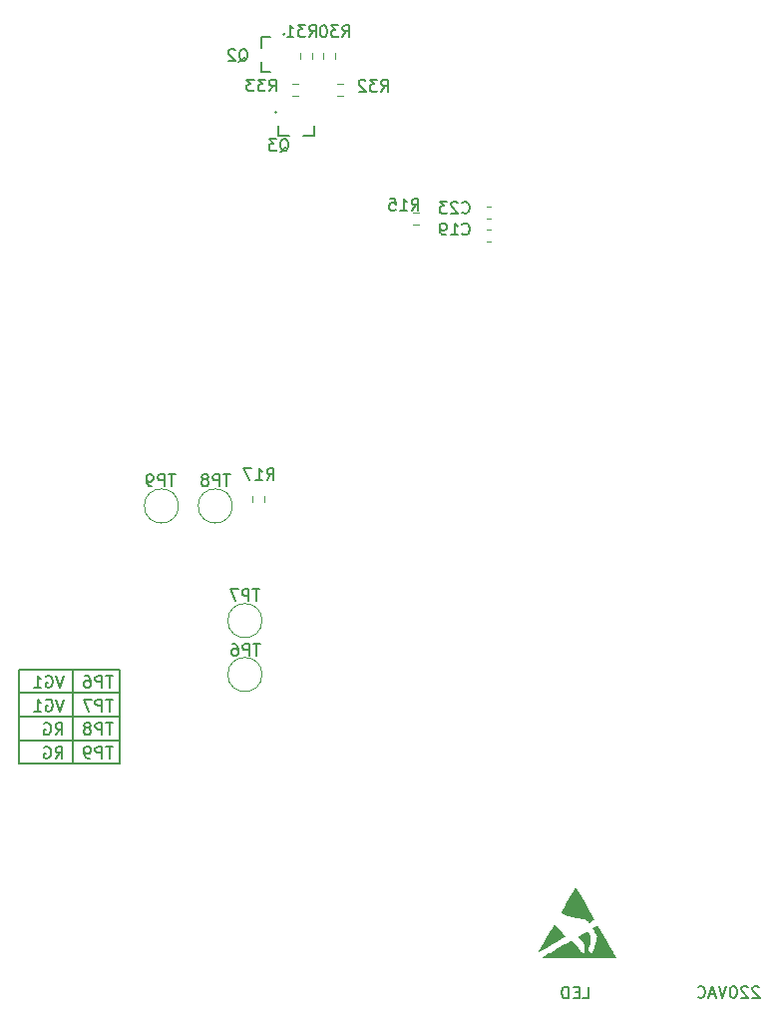
<source format=gbr>
%TF.GenerationSoftware,KiCad,Pcbnew,7.0.10*%
%TF.CreationDate,2024-03-23T12:12:33+07:00*%
%TF.ProjectId,BTL_ESD,42544c5f-4553-4442-9e6b-696361645f70,rev?*%
%TF.SameCoordinates,Original*%
%TF.FileFunction,Legend,Bot*%
%TF.FilePolarity,Positive*%
%FSLAX46Y46*%
G04 Gerber Fmt 4.6, Leading zero omitted, Abs format (unit mm)*
G04 Created by KiCad (PCBNEW 7.0.10) date 2024-03-23 12:12:33*
%MOMM*%
%LPD*%
G01*
G04 APERTURE LIST*
%ADD10C,0.200000*%
%ADD11C,0.150000*%
%ADD12C,0.152400*%
%ADD13C,0.120000*%
%ADD14C,0.010000*%
G04 APERTURE END LIST*
D10*
X113409083Y-110531219D02*
X112837655Y-110531219D01*
X113123369Y-111531219D02*
X113123369Y-110531219D01*
X112504321Y-111531219D02*
X112504321Y-110531219D01*
X112504321Y-110531219D02*
X112123369Y-110531219D01*
X112123369Y-110531219D02*
X112028131Y-110578838D01*
X112028131Y-110578838D02*
X111980512Y-110626457D01*
X111980512Y-110626457D02*
X111932893Y-110721695D01*
X111932893Y-110721695D02*
X111932893Y-110864552D01*
X111932893Y-110864552D02*
X111980512Y-110959790D01*
X111980512Y-110959790D02*
X112028131Y-111007409D01*
X112028131Y-111007409D02*
X112123369Y-111055028D01*
X112123369Y-111055028D02*
X112504321Y-111055028D01*
X111361464Y-110959790D02*
X111456702Y-110912171D01*
X111456702Y-110912171D02*
X111504321Y-110864552D01*
X111504321Y-110864552D02*
X111551940Y-110769314D01*
X111551940Y-110769314D02*
X111551940Y-110721695D01*
X111551940Y-110721695D02*
X111504321Y-110626457D01*
X111504321Y-110626457D02*
X111456702Y-110578838D01*
X111456702Y-110578838D02*
X111361464Y-110531219D01*
X111361464Y-110531219D02*
X111170988Y-110531219D01*
X111170988Y-110531219D02*
X111075750Y-110578838D01*
X111075750Y-110578838D02*
X111028131Y-110626457D01*
X111028131Y-110626457D02*
X110980512Y-110721695D01*
X110980512Y-110721695D02*
X110980512Y-110769314D01*
X110980512Y-110769314D02*
X111028131Y-110864552D01*
X111028131Y-110864552D02*
X111075750Y-110912171D01*
X111075750Y-110912171D02*
X111170988Y-110959790D01*
X111170988Y-110959790D02*
X111361464Y-110959790D01*
X111361464Y-110959790D02*
X111456702Y-111007409D01*
X111456702Y-111007409D02*
X111504321Y-111055028D01*
X111504321Y-111055028D02*
X111551940Y-111150266D01*
X111551940Y-111150266D02*
X111551940Y-111340742D01*
X111551940Y-111340742D02*
X111504321Y-111435980D01*
X111504321Y-111435980D02*
X111456702Y-111483600D01*
X111456702Y-111483600D02*
X111361464Y-111531219D01*
X111361464Y-111531219D02*
X111170988Y-111531219D01*
X111170988Y-111531219D02*
X111075750Y-111483600D01*
X111075750Y-111483600D02*
X111028131Y-111435980D01*
X111028131Y-111435980D02*
X110980512Y-111340742D01*
X110980512Y-111340742D02*
X110980512Y-111150266D01*
X110980512Y-111150266D02*
X111028131Y-111055028D01*
X111028131Y-111055028D02*
X111075750Y-111007409D01*
X111075750Y-111007409D02*
X111170988Y-110959790D01*
X109273183Y-108531219D02*
X108939850Y-109531219D01*
X108939850Y-109531219D02*
X108606517Y-108531219D01*
X107749374Y-108578838D02*
X107844612Y-108531219D01*
X107844612Y-108531219D02*
X107987469Y-108531219D01*
X107987469Y-108531219D02*
X108130326Y-108578838D01*
X108130326Y-108578838D02*
X108225564Y-108674076D01*
X108225564Y-108674076D02*
X108273183Y-108769314D01*
X108273183Y-108769314D02*
X108320802Y-108959790D01*
X108320802Y-108959790D02*
X108320802Y-109102647D01*
X108320802Y-109102647D02*
X108273183Y-109293123D01*
X108273183Y-109293123D02*
X108225564Y-109388361D01*
X108225564Y-109388361D02*
X108130326Y-109483600D01*
X108130326Y-109483600D02*
X107987469Y-109531219D01*
X107987469Y-109531219D02*
X107892231Y-109531219D01*
X107892231Y-109531219D02*
X107749374Y-109483600D01*
X107749374Y-109483600D02*
X107701755Y-109435980D01*
X107701755Y-109435980D02*
X107701755Y-109102647D01*
X107701755Y-109102647D02*
X107892231Y-109102647D01*
X106749374Y-109531219D02*
X107320802Y-109531219D01*
X107035088Y-109531219D02*
X107035088Y-108531219D01*
X107035088Y-108531219D02*
X107130326Y-108674076D01*
X107130326Y-108674076D02*
X107225564Y-108769314D01*
X107225564Y-108769314D02*
X107320802Y-108816933D01*
X113409083Y-112531219D02*
X112837655Y-112531219D01*
X113123369Y-113531219D02*
X113123369Y-112531219D01*
X112504321Y-113531219D02*
X112504321Y-112531219D01*
X112504321Y-112531219D02*
X112123369Y-112531219D01*
X112123369Y-112531219D02*
X112028131Y-112578838D01*
X112028131Y-112578838D02*
X111980512Y-112626457D01*
X111980512Y-112626457D02*
X111932893Y-112721695D01*
X111932893Y-112721695D02*
X111932893Y-112864552D01*
X111932893Y-112864552D02*
X111980512Y-112959790D01*
X111980512Y-112959790D02*
X112028131Y-113007409D01*
X112028131Y-113007409D02*
X112123369Y-113055028D01*
X112123369Y-113055028D02*
X112504321Y-113055028D01*
X111456702Y-113531219D02*
X111266226Y-113531219D01*
X111266226Y-113531219D02*
X111170988Y-113483600D01*
X111170988Y-113483600D02*
X111123369Y-113435980D01*
X111123369Y-113435980D02*
X111028131Y-113293123D01*
X111028131Y-113293123D02*
X110980512Y-113102647D01*
X110980512Y-113102647D02*
X110980512Y-112721695D01*
X110980512Y-112721695D02*
X111028131Y-112626457D01*
X111028131Y-112626457D02*
X111075750Y-112578838D01*
X111075750Y-112578838D02*
X111170988Y-112531219D01*
X111170988Y-112531219D02*
X111361464Y-112531219D01*
X111361464Y-112531219D02*
X111456702Y-112578838D01*
X111456702Y-112578838D02*
X111504321Y-112626457D01*
X111504321Y-112626457D02*
X111551940Y-112721695D01*
X111551940Y-112721695D02*
X111551940Y-112959790D01*
X111551940Y-112959790D02*
X111504321Y-113055028D01*
X111504321Y-113055028D02*
X111456702Y-113102647D01*
X111456702Y-113102647D02*
X111361464Y-113150266D01*
X111361464Y-113150266D02*
X111170988Y-113150266D01*
X111170988Y-113150266D02*
X111075750Y-113102647D01*
X111075750Y-113102647D02*
X111028131Y-113055028D01*
X111028131Y-113055028D02*
X110980512Y-112959790D01*
X108558898Y-111531219D02*
X108892231Y-111055028D01*
X109130326Y-111531219D02*
X109130326Y-110531219D01*
X109130326Y-110531219D02*
X108749374Y-110531219D01*
X108749374Y-110531219D02*
X108654136Y-110578838D01*
X108654136Y-110578838D02*
X108606517Y-110626457D01*
X108606517Y-110626457D02*
X108558898Y-110721695D01*
X108558898Y-110721695D02*
X108558898Y-110864552D01*
X108558898Y-110864552D02*
X108606517Y-110959790D01*
X108606517Y-110959790D02*
X108654136Y-111007409D01*
X108654136Y-111007409D02*
X108749374Y-111055028D01*
X108749374Y-111055028D02*
X109130326Y-111055028D01*
X107606517Y-110578838D02*
X107701755Y-110531219D01*
X107701755Y-110531219D02*
X107844612Y-110531219D01*
X107844612Y-110531219D02*
X107987469Y-110578838D01*
X107987469Y-110578838D02*
X108082707Y-110674076D01*
X108082707Y-110674076D02*
X108130326Y-110769314D01*
X108130326Y-110769314D02*
X108177945Y-110959790D01*
X108177945Y-110959790D02*
X108177945Y-111102647D01*
X108177945Y-111102647D02*
X108130326Y-111293123D01*
X108130326Y-111293123D02*
X108082707Y-111388361D01*
X108082707Y-111388361D02*
X107987469Y-111483600D01*
X107987469Y-111483600D02*
X107844612Y-111531219D01*
X107844612Y-111531219D02*
X107749374Y-111531219D01*
X107749374Y-111531219D02*
X107606517Y-111483600D01*
X107606517Y-111483600D02*
X107558898Y-111435980D01*
X107558898Y-111435980D02*
X107558898Y-111102647D01*
X107558898Y-111102647D02*
X107749374Y-111102647D01*
X113409083Y-108531219D02*
X112837655Y-108531219D01*
X113123369Y-109531219D02*
X113123369Y-108531219D01*
X112504321Y-109531219D02*
X112504321Y-108531219D01*
X112504321Y-108531219D02*
X112123369Y-108531219D01*
X112123369Y-108531219D02*
X112028131Y-108578838D01*
X112028131Y-108578838D02*
X111980512Y-108626457D01*
X111980512Y-108626457D02*
X111932893Y-108721695D01*
X111932893Y-108721695D02*
X111932893Y-108864552D01*
X111932893Y-108864552D02*
X111980512Y-108959790D01*
X111980512Y-108959790D02*
X112028131Y-109007409D01*
X112028131Y-109007409D02*
X112123369Y-109055028D01*
X112123369Y-109055028D02*
X112504321Y-109055028D01*
X111599559Y-108531219D02*
X110932893Y-108531219D01*
X110932893Y-108531219D02*
X111361464Y-109531219D01*
X109273183Y-106531219D02*
X108939850Y-107531219D01*
X108939850Y-107531219D02*
X108606517Y-106531219D01*
X107749374Y-106578838D02*
X107844612Y-106531219D01*
X107844612Y-106531219D02*
X107987469Y-106531219D01*
X107987469Y-106531219D02*
X108130326Y-106578838D01*
X108130326Y-106578838D02*
X108225564Y-106674076D01*
X108225564Y-106674076D02*
X108273183Y-106769314D01*
X108273183Y-106769314D02*
X108320802Y-106959790D01*
X108320802Y-106959790D02*
X108320802Y-107102647D01*
X108320802Y-107102647D02*
X108273183Y-107293123D01*
X108273183Y-107293123D02*
X108225564Y-107388361D01*
X108225564Y-107388361D02*
X108130326Y-107483600D01*
X108130326Y-107483600D02*
X107987469Y-107531219D01*
X107987469Y-107531219D02*
X107892231Y-107531219D01*
X107892231Y-107531219D02*
X107749374Y-107483600D01*
X107749374Y-107483600D02*
X107701755Y-107435980D01*
X107701755Y-107435980D02*
X107701755Y-107102647D01*
X107701755Y-107102647D02*
X107892231Y-107102647D01*
X106749374Y-107531219D02*
X107320802Y-107531219D01*
X107035088Y-107531219D02*
X107035088Y-106531219D01*
X107035088Y-106531219D02*
X107130326Y-106674076D01*
X107130326Y-106674076D02*
X107225564Y-106769314D01*
X107225564Y-106769314D02*
X107320802Y-106816933D01*
X113409083Y-106531219D02*
X112837655Y-106531219D01*
X113123369Y-107531219D02*
X113123369Y-106531219D01*
X112504321Y-107531219D02*
X112504321Y-106531219D01*
X112504321Y-106531219D02*
X112123369Y-106531219D01*
X112123369Y-106531219D02*
X112028131Y-106578838D01*
X112028131Y-106578838D02*
X111980512Y-106626457D01*
X111980512Y-106626457D02*
X111932893Y-106721695D01*
X111932893Y-106721695D02*
X111932893Y-106864552D01*
X111932893Y-106864552D02*
X111980512Y-106959790D01*
X111980512Y-106959790D02*
X112028131Y-107007409D01*
X112028131Y-107007409D02*
X112123369Y-107055028D01*
X112123369Y-107055028D02*
X112504321Y-107055028D01*
X111075750Y-106531219D02*
X111266226Y-106531219D01*
X111266226Y-106531219D02*
X111361464Y-106578838D01*
X111361464Y-106578838D02*
X111409083Y-106626457D01*
X111409083Y-106626457D02*
X111504321Y-106769314D01*
X111504321Y-106769314D02*
X111551940Y-106959790D01*
X111551940Y-106959790D02*
X111551940Y-107340742D01*
X111551940Y-107340742D02*
X111504321Y-107435980D01*
X111504321Y-107435980D02*
X111456702Y-107483600D01*
X111456702Y-107483600D02*
X111361464Y-107531219D01*
X111361464Y-107531219D02*
X111170988Y-107531219D01*
X111170988Y-107531219D02*
X111075750Y-107483600D01*
X111075750Y-107483600D02*
X111028131Y-107435980D01*
X111028131Y-107435980D02*
X110980512Y-107340742D01*
X110980512Y-107340742D02*
X110980512Y-107102647D01*
X110980512Y-107102647D02*
X111028131Y-107007409D01*
X111028131Y-107007409D02*
X111075750Y-106959790D01*
X111075750Y-106959790D02*
X111170988Y-106912171D01*
X111170988Y-106912171D02*
X111361464Y-106912171D01*
X111361464Y-106912171D02*
X111456702Y-106959790D01*
X111456702Y-106959790D02*
X111504321Y-107007409D01*
X111504321Y-107007409D02*
X111551940Y-107102647D01*
X108558898Y-113531219D02*
X108892231Y-113055028D01*
X109130326Y-113531219D02*
X109130326Y-112531219D01*
X109130326Y-112531219D02*
X108749374Y-112531219D01*
X108749374Y-112531219D02*
X108654136Y-112578838D01*
X108654136Y-112578838D02*
X108606517Y-112626457D01*
X108606517Y-112626457D02*
X108558898Y-112721695D01*
X108558898Y-112721695D02*
X108558898Y-112864552D01*
X108558898Y-112864552D02*
X108606517Y-112959790D01*
X108606517Y-112959790D02*
X108654136Y-113007409D01*
X108654136Y-113007409D02*
X108749374Y-113055028D01*
X108749374Y-113055028D02*
X109130326Y-113055028D01*
X107606517Y-112578838D02*
X107701755Y-112531219D01*
X107701755Y-112531219D02*
X107844612Y-112531219D01*
X107844612Y-112531219D02*
X107987469Y-112578838D01*
X107987469Y-112578838D02*
X108082707Y-112674076D01*
X108082707Y-112674076D02*
X108130326Y-112769314D01*
X108130326Y-112769314D02*
X108177945Y-112959790D01*
X108177945Y-112959790D02*
X108177945Y-113102647D01*
X108177945Y-113102647D02*
X108130326Y-113293123D01*
X108130326Y-113293123D02*
X108082707Y-113388361D01*
X108082707Y-113388361D02*
X107987469Y-113483600D01*
X107987469Y-113483600D02*
X107844612Y-113531219D01*
X107844612Y-113531219D02*
X107749374Y-113531219D01*
X107749374Y-113531219D02*
X107606517Y-113483600D01*
X107606517Y-113483600D02*
X107558898Y-113435980D01*
X107558898Y-113435980D02*
X107558898Y-113102647D01*
X107558898Y-113102647D02*
X107749374Y-113102647D01*
D11*
X105500000Y-110000000D02*
X110000000Y-110000000D01*
X110000000Y-108000000D01*
X105500000Y-108000000D01*
X105500000Y-110000000D01*
X110000000Y-110000000D02*
X114000000Y-110000000D01*
X114000000Y-108000000D01*
X110000000Y-108000000D01*
X110000000Y-110000000D01*
X105500000Y-108000000D02*
X110000000Y-108000000D01*
X110000000Y-106000000D01*
X105500000Y-106000000D01*
X105500000Y-108000000D01*
X105500000Y-112000000D02*
X110000000Y-112000000D01*
X110000000Y-110000000D01*
X105500000Y-110000000D01*
X105500000Y-112000000D01*
X110000000Y-108000000D02*
X114000000Y-108000000D01*
X114000000Y-106000000D01*
X110000000Y-106000000D01*
X110000000Y-108000000D01*
X110000000Y-114000000D02*
X114000000Y-114000000D01*
X114000000Y-112000000D01*
X110000000Y-112000000D01*
X110000000Y-114000000D01*
X110000000Y-112000000D02*
X114000000Y-112000000D01*
X114000000Y-110000000D01*
X110000000Y-110000000D01*
X110000000Y-112000000D01*
X105500000Y-114000000D02*
X110000000Y-114000000D01*
X110000000Y-112000000D01*
X105500000Y-112000000D01*
X105500000Y-114000000D01*
D10*
X168283145Y-132947457D02*
X168235526Y-132899838D01*
X168235526Y-132899838D02*
X168140288Y-132852219D01*
X168140288Y-132852219D02*
X167902193Y-132852219D01*
X167902193Y-132852219D02*
X167806955Y-132899838D01*
X167806955Y-132899838D02*
X167759336Y-132947457D01*
X167759336Y-132947457D02*
X167711717Y-133042695D01*
X167711717Y-133042695D02*
X167711717Y-133137933D01*
X167711717Y-133137933D02*
X167759336Y-133280790D01*
X167759336Y-133280790D02*
X168330764Y-133852219D01*
X168330764Y-133852219D02*
X167711717Y-133852219D01*
X167330764Y-132947457D02*
X167283145Y-132899838D01*
X167283145Y-132899838D02*
X167187907Y-132852219D01*
X167187907Y-132852219D02*
X166949812Y-132852219D01*
X166949812Y-132852219D02*
X166854574Y-132899838D01*
X166854574Y-132899838D02*
X166806955Y-132947457D01*
X166806955Y-132947457D02*
X166759336Y-133042695D01*
X166759336Y-133042695D02*
X166759336Y-133137933D01*
X166759336Y-133137933D02*
X166806955Y-133280790D01*
X166806955Y-133280790D02*
X167378383Y-133852219D01*
X167378383Y-133852219D02*
X166759336Y-133852219D01*
X166140288Y-132852219D02*
X166045050Y-132852219D01*
X166045050Y-132852219D02*
X165949812Y-132899838D01*
X165949812Y-132899838D02*
X165902193Y-132947457D01*
X165902193Y-132947457D02*
X165854574Y-133042695D01*
X165854574Y-133042695D02*
X165806955Y-133233171D01*
X165806955Y-133233171D02*
X165806955Y-133471266D01*
X165806955Y-133471266D02*
X165854574Y-133661742D01*
X165854574Y-133661742D02*
X165902193Y-133756980D01*
X165902193Y-133756980D02*
X165949812Y-133804600D01*
X165949812Y-133804600D02*
X166045050Y-133852219D01*
X166045050Y-133852219D02*
X166140288Y-133852219D01*
X166140288Y-133852219D02*
X166235526Y-133804600D01*
X166235526Y-133804600D02*
X166283145Y-133756980D01*
X166283145Y-133756980D02*
X166330764Y-133661742D01*
X166330764Y-133661742D02*
X166378383Y-133471266D01*
X166378383Y-133471266D02*
X166378383Y-133233171D01*
X166378383Y-133233171D02*
X166330764Y-133042695D01*
X166330764Y-133042695D02*
X166283145Y-132947457D01*
X166283145Y-132947457D02*
X166235526Y-132899838D01*
X166235526Y-132899838D02*
X166140288Y-132852219D01*
X165521240Y-132852219D02*
X165187907Y-133852219D01*
X165187907Y-133852219D02*
X164854574Y-132852219D01*
X164568859Y-133566504D02*
X164092669Y-133566504D01*
X164664097Y-133852219D02*
X164330764Y-132852219D01*
X164330764Y-132852219D02*
X163997431Y-133852219D01*
X163092669Y-133756980D02*
X163140288Y-133804600D01*
X163140288Y-133804600D02*
X163283145Y-133852219D01*
X163283145Y-133852219D02*
X163378383Y-133852219D01*
X163378383Y-133852219D02*
X163521240Y-133804600D01*
X163521240Y-133804600D02*
X163616478Y-133709361D01*
X163616478Y-133709361D02*
X163664097Y-133614123D01*
X163664097Y-133614123D02*
X163711716Y-133423647D01*
X163711716Y-133423647D02*
X163711716Y-133280790D01*
X163711716Y-133280790D02*
X163664097Y-133090314D01*
X163664097Y-133090314D02*
X163616478Y-132995076D01*
X163616478Y-132995076D02*
X163521240Y-132899838D01*
X163521240Y-132899838D02*
X163378383Y-132852219D01*
X163378383Y-132852219D02*
X163283145Y-132852219D01*
X163283145Y-132852219D02*
X163140288Y-132899838D01*
X163140288Y-132899838D02*
X163092669Y-132947457D01*
X153332136Y-133903019D02*
X153808326Y-133903019D01*
X153808326Y-133903019D02*
X153808326Y-132903019D01*
X152998802Y-133379209D02*
X152665469Y-133379209D01*
X152522612Y-133903019D02*
X152998802Y-133903019D01*
X152998802Y-133903019D02*
X152998802Y-132903019D01*
X152998802Y-132903019D02*
X152522612Y-132903019D01*
X152094040Y-133903019D02*
X152094040Y-132903019D01*
X152094040Y-132903019D02*
X151855945Y-132903019D01*
X151855945Y-132903019D02*
X151713088Y-132950638D01*
X151713088Y-132950638D02*
X151617850Y-133045876D01*
X151617850Y-133045876D02*
X151570231Y-133141114D01*
X151570231Y-133141114D02*
X151522612Y-133331590D01*
X151522612Y-133331590D02*
X151522612Y-133474447D01*
X151522612Y-133474447D02*
X151570231Y-133664923D01*
X151570231Y-133664923D02*
X151617850Y-133760161D01*
X151617850Y-133760161D02*
X151713088Y-133855400D01*
X151713088Y-133855400D02*
X151855945Y-133903019D01*
X151855945Y-133903019D02*
X152094040Y-133903019D01*
X124123438Y-54446257D02*
X124218676Y-54398638D01*
X124218676Y-54398638D02*
X124313914Y-54303400D01*
X124313914Y-54303400D02*
X124456771Y-54160542D01*
X124456771Y-54160542D02*
X124552009Y-54112923D01*
X124552009Y-54112923D02*
X124647247Y-54112923D01*
X124599628Y-54351019D02*
X124694866Y-54303400D01*
X124694866Y-54303400D02*
X124790104Y-54208161D01*
X124790104Y-54208161D02*
X124837723Y-54017685D01*
X124837723Y-54017685D02*
X124837723Y-53684352D01*
X124837723Y-53684352D02*
X124790104Y-53493876D01*
X124790104Y-53493876D02*
X124694866Y-53398638D01*
X124694866Y-53398638D02*
X124599628Y-53351019D01*
X124599628Y-53351019D02*
X124409152Y-53351019D01*
X124409152Y-53351019D02*
X124313914Y-53398638D01*
X124313914Y-53398638D02*
X124218676Y-53493876D01*
X124218676Y-53493876D02*
X124171057Y-53684352D01*
X124171057Y-53684352D02*
X124171057Y-54017685D01*
X124171057Y-54017685D02*
X124218676Y-54208161D01*
X124218676Y-54208161D02*
X124313914Y-54303400D01*
X124313914Y-54303400D02*
X124409152Y-54351019D01*
X124409152Y-54351019D02*
X124599628Y-54351019D01*
X123790104Y-53446257D02*
X123742485Y-53398638D01*
X123742485Y-53398638D02*
X123647247Y-53351019D01*
X123647247Y-53351019D02*
X123409152Y-53351019D01*
X123409152Y-53351019D02*
X123313914Y-53398638D01*
X123313914Y-53398638D02*
X123266295Y-53446257D01*
X123266295Y-53446257D02*
X123218676Y-53541495D01*
X123218676Y-53541495D02*
X123218676Y-53636733D01*
X123218676Y-53636733D02*
X123266295Y-53779590D01*
X123266295Y-53779590D02*
X123837723Y-54351019D01*
X123837723Y-54351019D02*
X123218676Y-54351019D01*
X123385104Y-89444419D02*
X122813676Y-89444419D01*
X123099390Y-90444419D02*
X123099390Y-89444419D01*
X122480342Y-90444419D02*
X122480342Y-89444419D01*
X122480342Y-89444419D02*
X122099390Y-89444419D01*
X122099390Y-89444419D02*
X122004152Y-89492038D01*
X122004152Y-89492038D02*
X121956533Y-89539657D01*
X121956533Y-89539657D02*
X121908914Y-89634895D01*
X121908914Y-89634895D02*
X121908914Y-89777752D01*
X121908914Y-89777752D02*
X121956533Y-89872990D01*
X121956533Y-89872990D02*
X122004152Y-89920609D01*
X122004152Y-89920609D02*
X122099390Y-89968228D01*
X122099390Y-89968228D02*
X122480342Y-89968228D01*
X121337485Y-89872990D02*
X121432723Y-89825371D01*
X121432723Y-89825371D02*
X121480342Y-89777752D01*
X121480342Y-89777752D02*
X121527961Y-89682514D01*
X121527961Y-89682514D02*
X121527961Y-89634895D01*
X121527961Y-89634895D02*
X121480342Y-89539657D01*
X121480342Y-89539657D02*
X121432723Y-89492038D01*
X121432723Y-89492038D02*
X121337485Y-89444419D01*
X121337485Y-89444419D02*
X121147009Y-89444419D01*
X121147009Y-89444419D02*
X121051771Y-89492038D01*
X121051771Y-89492038D02*
X121004152Y-89539657D01*
X121004152Y-89539657D02*
X120956533Y-89634895D01*
X120956533Y-89634895D02*
X120956533Y-89682514D01*
X120956533Y-89682514D02*
X121004152Y-89777752D01*
X121004152Y-89777752D02*
X121051771Y-89825371D01*
X121051771Y-89825371D02*
X121147009Y-89872990D01*
X121147009Y-89872990D02*
X121337485Y-89872990D01*
X121337485Y-89872990D02*
X121432723Y-89920609D01*
X121432723Y-89920609D02*
X121480342Y-89968228D01*
X121480342Y-89968228D02*
X121527961Y-90063466D01*
X121527961Y-90063466D02*
X121527961Y-90253942D01*
X121527961Y-90253942D02*
X121480342Y-90349180D01*
X121480342Y-90349180D02*
X121432723Y-90396800D01*
X121432723Y-90396800D02*
X121337485Y-90444419D01*
X121337485Y-90444419D02*
X121147009Y-90444419D01*
X121147009Y-90444419D02*
X121051771Y-90396800D01*
X121051771Y-90396800D02*
X121004152Y-90349180D01*
X121004152Y-90349180D02*
X120956533Y-90253942D01*
X120956533Y-90253942D02*
X120956533Y-90063466D01*
X120956533Y-90063466D02*
X121004152Y-89968228D01*
X121004152Y-89968228D02*
X121051771Y-89920609D01*
X121051771Y-89920609D02*
X121147009Y-89872990D01*
X143086057Y-69038580D02*
X143133676Y-69086200D01*
X143133676Y-69086200D02*
X143276533Y-69133819D01*
X143276533Y-69133819D02*
X143371771Y-69133819D01*
X143371771Y-69133819D02*
X143514628Y-69086200D01*
X143514628Y-69086200D02*
X143609866Y-68990961D01*
X143609866Y-68990961D02*
X143657485Y-68895723D01*
X143657485Y-68895723D02*
X143705104Y-68705247D01*
X143705104Y-68705247D02*
X143705104Y-68562390D01*
X143705104Y-68562390D02*
X143657485Y-68371914D01*
X143657485Y-68371914D02*
X143609866Y-68276676D01*
X143609866Y-68276676D02*
X143514628Y-68181438D01*
X143514628Y-68181438D02*
X143371771Y-68133819D01*
X143371771Y-68133819D02*
X143276533Y-68133819D01*
X143276533Y-68133819D02*
X143133676Y-68181438D01*
X143133676Y-68181438D02*
X143086057Y-68229057D01*
X142133676Y-69133819D02*
X142705104Y-69133819D01*
X142419390Y-69133819D02*
X142419390Y-68133819D01*
X142419390Y-68133819D02*
X142514628Y-68276676D01*
X142514628Y-68276676D02*
X142609866Y-68371914D01*
X142609866Y-68371914D02*
X142705104Y-68419533D01*
X141657485Y-69133819D02*
X141467009Y-69133819D01*
X141467009Y-69133819D02*
X141371771Y-69086200D01*
X141371771Y-69086200D02*
X141324152Y-69038580D01*
X141324152Y-69038580D02*
X141228914Y-68895723D01*
X141228914Y-68895723D02*
X141181295Y-68705247D01*
X141181295Y-68705247D02*
X141181295Y-68324295D01*
X141181295Y-68324295D02*
X141228914Y-68229057D01*
X141228914Y-68229057D02*
X141276533Y-68181438D01*
X141276533Y-68181438D02*
X141371771Y-68133819D01*
X141371771Y-68133819D02*
X141562247Y-68133819D01*
X141562247Y-68133819D02*
X141657485Y-68181438D01*
X141657485Y-68181438D02*
X141705104Y-68229057D01*
X141705104Y-68229057D02*
X141752723Y-68324295D01*
X141752723Y-68324295D02*
X141752723Y-68562390D01*
X141752723Y-68562390D02*
X141705104Y-68657628D01*
X141705104Y-68657628D02*
X141657485Y-68705247D01*
X141657485Y-68705247D02*
X141562247Y-68752866D01*
X141562247Y-68752866D02*
X141371771Y-68752866D01*
X141371771Y-68752866D02*
X141276533Y-68705247D01*
X141276533Y-68705247D02*
X141228914Y-68657628D01*
X141228914Y-68657628D02*
X141181295Y-68562390D01*
X126499857Y-89936419D02*
X126833190Y-89460228D01*
X127071285Y-89936419D02*
X127071285Y-88936419D01*
X127071285Y-88936419D02*
X126690333Y-88936419D01*
X126690333Y-88936419D02*
X126595095Y-88984038D01*
X126595095Y-88984038D02*
X126547476Y-89031657D01*
X126547476Y-89031657D02*
X126499857Y-89126895D01*
X126499857Y-89126895D02*
X126499857Y-89269752D01*
X126499857Y-89269752D02*
X126547476Y-89364990D01*
X126547476Y-89364990D02*
X126595095Y-89412609D01*
X126595095Y-89412609D02*
X126690333Y-89460228D01*
X126690333Y-89460228D02*
X127071285Y-89460228D01*
X125547476Y-89936419D02*
X126118904Y-89936419D01*
X125833190Y-89936419D02*
X125833190Y-88936419D01*
X125833190Y-88936419D02*
X125928428Y-89079276D01*
X125928428Y-89079276D02*
X126023666Y-89174514D01*
X126023666Y-89174514D02*
X126118904Y-89222133D01*
X125214142Y-88936419D02*
X124547476Y-88936419D01*
X124547476Y-88936419D02*
X124976047Y-89936419D01*
X132926057Y-52344419D02*
X133259390Y-51868228D01*
X133497485Y-52344419D02*
X133497485Y-51344419D01*
X133497485Y-51344419D02*
X133116533Y-51344419D01*
X133116533Y-51344419D02*
X133021295Y-51392038D01*
X133021295Y-51392038D02*
X132973676Y-51439657D01*
X132973676Y-51439657D02*
X132926057Y-51534895D01*
X132926057Y-51534895D02*
X132926057Y-51677752D01*
X132926057Y-51677752D02*
X132973676Y-51772990D01*
X132973676Y-51772990D02*
X133021295Y-51820609D01*
X133021295Y-51820609D02*
X133116533Y-51868228D01*
X133116533Y-51868228D02*
X133497485Y-51868228D01*
X132592723Y-51344419D02*
X131973676Y-51344419D01*
X131973676Y-51344419D02*
X132307009Y-51725371D01*
X132307009Y-51725371D02*
X132164152Y-51725371D01*
X132164152Y-51725371D02*
X132068914Y-51772990D01*
X132068914Y-51772990D02*
X132021295Y-51820609D01*
X132021295Y-51820609D02*
X131973676Y-51915847D01*
X131973676Y-51915847D02*
X131973676Y-52153942D01*
X131973676Y-52153942D02*
X132021295Y-52249180D01*
X132021295Y-52249180D02*
X132068914Y-52296800D01*
X132068914Y-52296800D02*
X132164152Y-52344419D01*
X132164152Y-52344419D02*
X132449866Y-52344419D01*
X132449866Y-52344419D02*
X132545104Y-52296800D01*
X132545104Y-52296800D02*
X132592723Y-52249180D01*
X131354628Y-51344419D02*
X131259390Y-51344419D01*
X131259390Y-51344419D02*
X131164152Y-51392038D01*
X131164152Y-51392038D02*
X131116533Y-51439657D01*
X131116533Y-51439657D02*
X131068914Y-51534895D01*
X131068914Y-51534895D02*
X131021295Y-51725371D01*
X131021295Y-51725371D02*
X131021295Y-51963466D01*
X131021295Y-51963466D02*
X131068914Y-52153942D01*
X131068914Y-52153942D02*
X131116533Y-52249180D01*
X131116533Y-52249180D02*
X131164152Y-52296800D01*
X131164152Y-52296800D02*
X131259390Y-52344419D01*
X131259390Y-52344419D02*
X131354628Y-52344419D01*
X131354628Y-52344419D02*
X131449866Y-52296800D01*
X131449866Y-52296800D02*
X131497485Y-52249180D01*
X131497485Y-52249180D02*
X131545104Y-52153942D01*
X131545104Y-52153942D02*
X131592723Y-51963466D01*
X131592723Y-51963466D02*
X131592723Y-51725371D01*
X131592723Y-51725371D02*
X131545104Y-51534895D01*
X131545104Y-51534895D02*
X131497485Y-51439657D01*
X131497485Y-51439657D02*
X131449866Y-51392038D01*
X131449866Y-51392038D02*
X131354628Y-51344419D01*
X130106657Y-52319019D02*
X130439990Y-51842828D01*
X130678085Y-52319019D02*
X130678085Y-51319019D01*
X130678085Y-51319019D02*
X130297133Y-51319019D01*
X130297133Y-51319019D02*
X130201895Y-51366638D01*
X130201895Y-51366638D02*
X130154276Y-51414257D01*
X130154276Y-51414257D02*
X130106657Y-51509495D01*
X130106657Y-51509495D02*
X130106657Y-51652352D01*
X130106657Y-51652352D02*
X130154276Y-51747590D01*
X130154276Y-51747590D02*
X130201895Y-51795209D01*
X130201895Y-51795209D02*
X130297133Y-51842828D01*
X130297133Y-51842828D02*
X130678085Y-51842828D01*
X129773323Y-51319019D02*
X129154276Y-51319019D01*
X129154276Y-51319019D02*
X129487609Y-51699971D01*
X129487609Y-51699971D02*
X129344752Y-51699971D01*
X129344752Y-51699971D02*
X129249514Y-51747590D01*
X129249514Y-51747590D02*
X129201895Y-51795209D01*
X129201895Y-51795209D02*
X129154276Y-51890447D01*
X129154276Y-51890447D02*
X129154276Y-52128542D01*
X129154276Y-52128542D02*
X129201895Y-52223780D01*
X129201895Y-52223780D02*
X129249514Y-52271400D01*
X129249514Y-52271400D02*
X129344752Y-52319019D01*
X129344752Y-52319019D02*
X129630466Y-52319019D01*
X129630466Y-52319019D02*
X129725704Y-52271400D01*
X129725704Y-52271400D02*
X129773323Y-52223780D01*
X128201895Y-52319019D02*
X128773323Y-52319019D01*
X128487609Y-52319019D02*
X128487609Y-51319019D01*
X128487609Y-51319019D02*
X128582847Y-51461876D01*
X128582847Y-51461876D02*
X128678085Y-51557114D01*
X128678085Y-51557114D02*
X128773323Y-51604733D01*
X125925104Y-103820819D02*
X125353676Y-103820819D01*
X125639390Y-104820819D02*
X125639390Y-103820819D01*
X125020342Y-104820819D02*
X125020342Y-103820819D01*
X125020342Y-103820819D02*
X124639390Y-103820819D01*
X124639390Y-103820819D02*
X124544152Y-103868438D01*
X124544152Y-103868438D02*
X124496533Y-103916057D01*
X124496533Y-103916057D02*
X124448914Y-104011295D01*
X124448914Y-104011295D02*
X124448914Y-104154152D01*
X124448914Y-104154152D02*
X124496533Y-104249390D01*
X124496533Y-104249390D02*
X124544152Y-104297009D01*
X124544152Y-104297009D02*
X124639390Y-104344628D01*
X124639390Y-104344628D02*
X125020342Y-104344628D01*
X123591771Y-103820819D02*
X123782247Y-103820819D01*
X123782247Y-103820819D02*
X123877485Y-103868438D01*
X123877485Y-103868438D02*
X123925104Y-103916057D01*
X123925104Y-103916057D02*
X124020342Y-104058914D01*
X124020342Y-104058914D02*
X124067961Y-104249390D01*
X124067961Y-104249390D02*
X124067961Y-104630342D01*
X124067961Y-104630342D02*
X124020342Y-104725580D01*
X124020342Y-104725580D02*
X123972723Y-104773200D01*
X123972723Y-104773200D02*
X123877485Y-104820819D01*
X123877485Y-104820819D02*
X123687009Y-104820819D01*
X123687009Y-104820819D02*
X123591771Y-104773200D01*
X123591771Y-104773200D02*
X123544152Y-104725580D01*
X123544152Y-104725580D02*
X123496533Y-104630342D01*
X123496533Y-104630342D02*
X123496533Y-104392247D01*
X123496533Y-104392247D02*
X123544152Y-104297009D01*
X123544152Y-104297009D02*
X123591771Y-104249390D01*
X123591771Y-104249390D02*
X123687009Y-104201771D01*
X123687009Y-104201771D02*
X123877485Y-104201771D01*
X123877485Y-104201771D02*
X123972723Y-104249390D01*
X123972723Y-104249390D02*
X124020342Y-104297009D01*
X124020342Y-104297009D02*
X124067961Y-104392247D01*
X127603238Y-62091657D02*
X127698476Y-62044038D01*
X127698476Y-62044038D02*
X127793714Y-61948800D01*
X127793714Y-61948800D02*
X127936571Y-61805942D01*
X127936571Y-61805942D02*
X128031809Y-61758323D01*
X128031809Y-61758323D02*
X128127047Y-61758323D01*
X128079428Y-61996419D02*
X128174666Y-61948800D01*
X128174666Y-61948800D02*
X128269904Y-61853561D01*
X128269904Y-61853561D02*
X128317523Y-61663085D01*
X128317523Y-61663085D02*
X128317523Y-61329752D01*
X128317523Y-61329752D02*
X128269904Y-61139276D01*
X128269904Y-61139276D02*
X128174666Y-61044038D01*
X128174666Y-61044038D02*
X128079428Y-60996419D01*
X128079428Y-60996419D02*
X127888952Y-60996419D01*
X127888952Y-60996419D02*
X127793714Y-61044038D01*
X127793714Y-61044038D02*
X127698476Y-61139276D01*
X127698476Y-61139276D02*
X127650857Y-61329752D01*
X127650857Y-61329752D02*
X127650857Y-61663085D01*
X127650857Y-61663085D02*
X127698476Y-61853561D01*
X127698476Y-61853561D02*
X127793714Y-61948800D01*
X127793714Y-61948800D02*
X127888952Y-61996419D01*
X127888952Y-61996419D02*
X128079428Y-61996419D01*
X127317523Y-60996419D02*
X126698476Y-60996419D01*
X126698476Y-60996419D02*
X127031809Y-61377371D01*
X127031809Y-61377371D02*
X126888952Y-61377371D01*
X126888952Y-61377371D02*
X126793714Y-61424990D01*
X126793714Y-61424990D02*
X126746095Y-61472609D01*
X126746095Y-61472609D02*
X126698476Y-61567847D01*
X126698476Y-61567847D02*
X126698476Y-61805942D01*
X126698476Y-61805942D02*
X126746095Y-61901180D01*
X126746095Y-61901180D02*
X126793714Y-61948800D01*
X126793714Y-61948800D02*
X126888952Y-61996419D01*
X126888952Y-61996419D02*
X127174666Y-61996419D01*
X127174666Y-61996419D02*
X127269904Y-61948800D01*
X127269904Y-61948800D02*
X127317523Y-61901180D01*
X118711504Y-89444419D02*
X118140076Y-89444419D01*
X118425790Y-90444419D02*
X118425790Y-89444419D01*
X117806742Y-90444419D02*
X117806742Y-89444419D01*
X117806742Y-89444419D02*
X117425790Y-89444419D01*
X117425790Y-89444419D02*
X117330552Y-89492038D01*
X117330552Y-89492038D02*
X117282933Y-89539657D01*
X117282933Y-89539657D02*
X117235314Y-89634895D01*
X117235314Y-89634895D02*
X117235314Y-89777752D01*
X117235314Y-89777752D02*
X117282933Y-89872990D01*
X117282933Y-89872990D02*
X117330552Y-89920609D01*
X117330552Y-89920609D02*
X117425790Y-89968228D01*
X117425790Y-89968228D02*
X117806742Y-89968228D01*
X116759123Y-90444419D02*
X116568647Y-90444419D01*
X116568647Y-90444419D02*
X116473409Y-90396800D01*
X116473409Y-90396800D02*
X116425790Y-90349180D01*
X116425790Y-90349180D02*
X116330552Y-90206323D01*
X116330552Y-90206323D02*
X116282933Y-90015847D01*
X116282933Y-90015847D02*
X116282933Y-89634895D01*
X116282933Y-89634895D02*
X116330552Y-89539657D01*
X116330552Y-89539657D02*
X116378171Y-89492038D01*
X116378171Y-89492038D02*
X116473409Y-89444419D01*
X116473409Y-89444419D02*
X116663885Y-89444419D01*
X116663885Y-89444419D02*
X116759123Y-89492038D01*
X116759123Y-89492038D02*
X116806742Y-89539657D01*
X116806742Y-89539657D02*
X116854361Y-89634895D01*
X116854361Y-89634895D02*
X116854361Y-89872990D01*
X116854361Y-89872990D02*
X116806742Y-89968228D01*
X116806742Y-89968228D02*
X116759123Y-90015847D01*
X116759123Y-90015847D02*
X116663885Y-90063466D01*
X116663885Y-90063466D02*
X116473409Y-90063466D01*
X116473409Y-90063466D02*
X116378171Y-90015847D01*
X116378171Y-90015847D02*
X116330552Y-89968228D01*
X116330552Y-89968228D02*
X116282933Y-89872990D01*
X126703057Y-56941819D02*
X127036390Y-56465628D01*
X127274485Y-56941819D02*
X127274485Y-55941819D01*
X127274485Y-55941819D02*
X126893533Y-55941819D01*
X126893533Y-55941819D02*
X126798295Y-55989438D01*
X126798295Y-55989438D02*
X126750676Y-56037057D01*
X126750676Y-56037057D02*
X126703057Y-56132295D01*
X126703057Y-56132295D02*
X126703057Y-56275152D01*
X126703057Y-56275152D02*
X126750676Y-56370390D01*
X126750676Y-56370390D02*
X126798295Y-56418009D01*
X126798295Y-56418009D02*
X126893533Y-56465628D01*
X126893533Y-56465628D02*
X127274485Y-56465628D01*
X126369723Y-55941819D02*
X125750676Y-55941819D01*
X125750676Y-55941819D02*
X126084009Y-56322771D01*
X126084009Y-56322771D02*
X125941152Y-56322771D01*
X125941152Y-56322771D02*
X125845914Y-56370390D01*
X125845914Y-56370390D02*
X125798295Y-56418009D01*
X125798295Y-56418009D02*
X125750676Y-56513247D01*
X125750676Y-56513247D02*
X125750676Y-56751342D01*
X125750676Y-56751342D02*
X125798295Y-56846580D01*
X125798295Y-56846580D02*
X125845914Y-56894200D01*
X125845914Y-56894200D02*
X125941152Y-56941819D01*
X125941152Y-56941819D02*
X126226866Y-56941819D01*
X126226866Y-56941819D02*
X126322104Y-56894200D01*
X126322104Y-56894200D02*
X126369723Y-56846580D01*
X125417342Y-55941819D02*
X124798295Y-55941819D01*
X124798295Y-55941819D02*
X125131628Y-56322771D01*
X125131628Y-56322771D02*
X124988771Y-56322771D01*
X124988771Y-56322771D02*
X124893533Y-56370390D01*
X124893533Y-56370390D02*
X124845914Y-56418009D01*
X124845914Y-56418009D02*
X124798295Y-56513247D01*
X124798295Y-56513247D02*
X124798295Y-56751342D01*
X124798295Y-56751342D02*
X124845914Y-56846580D01*
X124845914Y-56846580D02*
X124893533Y-56894200D01*
X124893533Y-56894200D02*
X124988771Y-56941819D01*
X124988771Y-56941819D02*
X125274485Y-56941819D01*
X125274485Y-56941819D02*
X125369723Y-56894200D01*
X125369723Y-56894200D02*
X125417342Y-56846580D01*
X125874304Y-99198019D02*
X125302876Y-99198019D01*
X125588590Y-100198019D02*
X125588590Y-99198019D01*
X124969542Y-100198019D02*
X124969542Y-99198019D01*
X124969542Y-99198019D02*
X124588590Y-99198019D01*
X124588590Y-99198019D02*
X124493352Y-99245638D01*
X124493352Y-99245638D02*
X124445733Y-99293257D01*
X124445733Y-99293257D02*
X124398114Y-99388495D01*
X124398114Y-99388495D02*
X124398114Y-99531352D01*
X124398114Y-99531352D02*
X124445733Y-99626590D01*
X124445733Y-99626590D02*
X124493352Y-99674209D01*
X124493352Y-99674209D02*
X124588590Y-99721828D01*
X124588590Y-99721828D02*
X124969542Y-99721828D01*
X124064780Y-99198019D02*
X123398114Y-99198019D01*
X123398114Y-99198019D02*
X123826685Y-100198019D01*
X143086057Y-67209780D02*
X143133676Y-67257400D01*
X143133676Y-67257400D02*
X143276533Y-67305019D01*
X143276533Y-67305019D02*
X143371771Y-67305019D01*
X143371771Y-67305019D02*
X143514628Y-67257400D01*
X143514628Y-67257400D02*
X143609866Y-67162161D01*
X143609866Y-67162161D02*
X143657485Y-67066923D01*
X143657485Y-67066923D02*
X143705104Y-66876447D01*
X143705104Y-66876447D02*
X143705104Y-66733590D01*
X143705104Y-66733590D02*
X143657485Y-66543114D01*
X143657485Y-66543114D02*
X143609866Y-66447876D01*
X143609866Y-66447876D02*
X143514628Y-66352638D01*
X143514628Y-66352638D02*
X143371771Y-66305019D01*
X143371771Y-66305019D02*
X143276533Y-66305019D01*
X143276533Y-66305019D02*
X143133676Y-66352638D01*
X143133676Y-66352638D02*
X143086057Y-66400257D01*
X142705104Y-66400257D02*
X142657485Y-66352638D01*
X142657485Y-66352638D02*
X142562247Y-66305019D01*
X142562247Y-66305019D02*
X142324152Y-66305019D01*
X142324152Y-66305019D02*
X142228914Y-66352638D01*
X142228914Y-66352638D02*
X142181295Y-66400257D01*
X142181295Y-66400257D02*
X142133676Y-66495495D01*
X142133676Y-66495495D02*
X142133676Y-66590733D01*
X142133676Y-66590733D02*
X142181295Y-66733590D01*
X142181295Y-66733590D02*
X142752723Y-67305019D01*
X142752723Y-67305019D02*
X142133676Y-67305019D01*
X141800342Y-66305019D02*
X141181295Y-66305019D01*
X141181295Y-66305019D02*
X141514628Y-66685971D01*
X141514628Y-66685971D02*
X141371771Y-66685971D01*
X141371771Y-66685971D02*
X141276533Y-66733590D01*
X141276533Y-66733590D02*
X141228914Y-66781209D01*
X141228914Y-66781209D02*
X141181295Y-66876447D01*
X141181295Y-66876447D02*
X141181295Y-67114542D01*
X141181295Y-67114542D02*
X141228914Y-67209780D01*
X141228914Y-67209780D02*
X141276533Y-67257400D01*
X141276533Y-67257400D02*
X141371771Y-67305019D01*
X141371771Y-67305019D02*
X141657485Y-67305019D01*
X141657485Y-67305019D02*
X141752723Y-67257400D01*
X141752723Y-67257400D02*
X141800342Y-67209780D01*
X136202657Y-56967219D02*
X136535990Y-56491028D01*
X136774085Y-56967219D02*
X136774085Y-55967219D01*
X136774085Y-55967219D02*
X136393133Y-55967219D01*
X136393133Y-55967219D02*
X136297895Y-56014838D01*
X136297895Y-56014838D02*
X136250276Y-56062457D01*
X136250276Y-56062457D02*
X136202657Y-56157695D01*
X136202657Y-56157695D02*
X136202657Y-56300552D01*
X136202657Y-56300552D02*
X136250276Y-56395790D01*
X136250276Y-56395790D02*
X136297895Y-56443409D01*
X136297895Y-56443409D02*
X136393133Y-56491028D01*
X136393133Y-56491028D02*
X136774085Y-56491028D01*
X135869323Y-55967219D02*
X135250276Y-55967219D01*
X135250276Y-55967219D02*
X135583609Y-56348171D01*
X135583609Y-56348171D02*
X135440752Y-56348171D01*
X135440752Y-56348171D02*
X135345514Y-56395790D01*
X135345514Y-56395790D02*
X135297895Y-56443409D01*
X135297895Y-56443409D02*
X135250276Y-56538647D01*
X135250276Y-56538647D02*
X135250276Y-56776742D01*
X135250276Y-56776742D02*
X135297895Y-56871980D01*
X135297895Y-56871980D02*
X135345514Y-56919600D01*
X135345514Y-56919600D02*
X135440752Y-56967219D01*
X135440752Y-56967219D02*
X135726466Y-56967219D01*
X135726466Y-56967219D02*
X135821704Y-56919600D01*
X135821704Y-56919600D02*
X135869323Y-56871980D01*
X134869323Y-56062457D02*
X134821704Y-56014838D01*
X134821704Y-56014838D02*
X134726466Y-55967219D01*
X134726466Y-55967219D02*
X134488371Y-55967219D01*
X134488371Y-55967219D02*
X134393133Y-56014838D01*
X134393133Y-56014838D02*
X134345514Y-56062457D01*
X134345514Y-56062457D02*
X134297895Y-56157695D01*
X134297895Y-56157695D02*
X134297895Y-56252933D01*
X134297895Y-56252933D02*
X134345514Y-56395790D01*
X134345514Y-56395790D02*
X134916942Y-56967219D01*
X134916942Y-56967219D02*
X134297895Y-56967219D01*
X138793457Y-67051019D02*
X139126790Y-66574828D01*
X139364885Y-67051019D02*
X139364885Y-66051019D01*
X139364885Y-66051019D02*
X138983933Y-66051019D01*
X138983933Y-66051019D02*
X138888695Y-66098638D01*
X138888695Y-66098638D02*
X138841076Y-66146257D01*
X138841076Y-66146257D02*
X138793457Y-66241495D01*
X138793457Y-66241495D02*
X138793457Y-66384352D01*
X138793457Y-66384352D02*
X138841076Y-66479590D01*
X138841076Y-66479590D02*
X138888695Y-66527209D01*
X138888695Y-66527209D02*
X138983933Y-66574828D01*
X138983933Y-66574828D02*
X139364885Y-66574828D01*
X137841076Y-67051019D02*
X138412504Y-67051019D01*
X138126790Y-67051019D02*
X138126790Y-66051019D01*
X138126790Y-66051019D02*
X138222028Y-66193876D01*
X138222028Y-66193876D02*
X138317266Y-66289114D01*
X138317266Y-66289114D02*
X138412504Y-66336733D01*
X136936314Y-66051019D02*
X137412504Y-66051019D01*
X137412504Y-66051019D02*
X137460123Y-66527209D01*
X137460123Y-66527209D02*
X137412504Y-66479590D01*
X137412504Y-66479590D02*
X137317266Y-66431971D01*
X137317266Y-66431971D02*
X137079171Y-66431971D01*
X137079171Y-66431971D02*
X136983933Y-66479590D01*
X136983933Y-66479590D02*
X136936314Y-66527209D01*
X136936314Y-66527209D02*
X136888695Y-66622447D01*
X136888695Y-66622447D02*
X136888695Y-66860542D01*
X136888695Y-66860542D02*
X136936314Y-66955780D01*
X136936314Y-66955780D02*
X136983933Y-67003400D01*
X136983933Y-67003400D02*
X137079171Y-67051019D01*
X137079171Y-67051019D02*
X137317266Y-67051019D01*
X137317266Y-67051019D02*
X137412504Y-67003400D01*
X137412504Y-67003400D02*
X137460123Y-66955780D01*
D12*
%TO.C,Q2*%
X126822200Y-55342800D02*
X126009400Y-55342800D01*
X126415800Y-52345600D02*
X126822200Y-52345600D01*
X126009400Y-55342800D02*
X126009400Y-54453800D01*
X126009400Y-53234600D02*
X126009400Y-52345600D01*
X126009400Y-52345600D02*
X126415800Y-52345600D01*
X128041400Y-52091600D02*
G75*
G03*
X127889000Y-52091600I-76200J0D01*
G01*
X127889000Y-52091600D02*
G75*
G03*
X128041400Y-52091600I76200J0D01*
G01*
D13*
%TO.C,TP8*%
X123573200Y-92125800D02*
G75*
G03*
X120673200Y-92125800I-1450000J0D01*
G01*
X120673200Y-92125800D02*
G75*
G03*
X123573200Y-92125800I1450000J0D01*
G01*
%TO.C,C19*%
X145476167Y-69699600D02*
X145183633Y-69699600D01*
X145476167Y-68679600D02*
X145183633Y-68679600D01*
%TO.C,R17*%
X125232900Y-91821724D02*
X125232900Y-91312276D01*
X126277900Y-91821724D02*
X126277900Y-91312276D01*
%TO.C,R30*%
X132297700Y-53692976D02*
X132297700Y-54202424D01*
X131252700Y-53692976D02*
X131252700Y-54202424D01*
%TO.C,R31*%
X130341900Y-53692976D02*
X130341900Y-54202424D01*
X129296900Y-53692976D02*
X129296900Y-54202424D01*
%TO.C,TP6*%
X126087800Y-106426000D02*
G75*
G03*
X123187800Y-106426000I-1450000J0D01*
G01*
X123187800Y-106426000D02*
G75*
G03*
X126087800Y-106426000I1450000J0D01*
G01*
D12*
%TO.C,Q3*%
X130509000Y-59867800D02*
X130509000Y-60680600D01*
X127511800Y-60274200D02*
X127511800Y-59867800D01*
X130509000Y-60680600D02*
X129620000Y-60680600D01*
X128400800Y-60680600D02*
X127511800Y-60680600D01*
X127511800Y-60680600D02*
X127511800Y-60274200D01*
X127334000Y-58724800D02*
G75*
G03*
X127181600Y-58724800I-76200J0D01*
G01*
X127181600Y-58724800D02*
G75*
G03*
X127334000Y-58724800I76200J0D01*
G01*
D13*
%TO.C,TP9*%
X119001200Y-92125800D02*
G75*
G03*
X116101200Y-92125800I-1450000J0D01*
G01*
X116101200Y-92125800D02*
G75*
G03*
X119001200Y-92125800I1450000J0D01*
G01*
%TO.C,R33*%
X129161624Y-57367700D02*
X128652176Y-57367700D01*
X129161624Y-56322700D02*
X128652176Y-56322700D01*
%TO.C,TP7*%
X126087800Y-101854000D02*
G75*
G03*
X123187800Y-101854000I-1450000J0D01*
G01*
X123187800Y-101854000D02*
G75*
G03*
X126087800Y-101854000I1450000J0D01*
G01*
%TO.C,C23*%
X145476167Y-67718400D02*
X145183633Y-67718400D01*
X145476167Y-66698400D02*
X145183633Y-66698400D01*
%TO.C,REF\u002A\u002A*%
D14*
X150914636Y-127699563D02*
X150928823Y-127713232D01*
X150970192Y-127754919D01*
X151024907Y-127811672D01*
X151090310Y-127880597D01*
X151163743Y-127958799D01*
X151242546Y-128043382D01*
X151324060Y-128131453D01*
X151405627Y-128220116D01*
X151484588Y-128306476D01*
X151558283Y-128387639D01*
X151624054Y-128460710D01*
X151679241Y-128522794D01*
X151721186Y-128570995D01*
X151747231Y-128602420D01*
X151754715Y-128614174D01*
X151752146Y-128615472D01*
X151727585Y-128629178D01*
X151679004Y-128656813D01*
X151608452Y-128697198D01*
X151517973Y-128749155D01*
X151409615Y-128811505D01*
X151285424Y-128883071D01*
X151147445Y-128962675D01*
X150997726Y-129049138D01*
X150838313Y-129141283D01*
X150671251Y-129237932D01*
X150608808Y-129274067D01*
X150444683Y-129369006D01*
X150289158Y-129458914D01*
X150144254Y-129542624D01*
X150011995Y-129618971D01*
X149894404Y-129686789D01*
X149793502Y-129744911D01*
X149711313Y-129792171D01*
X149649859Y-129827403D01*
X149611164Y-129849442D01*
X149597249Y-129857120D01*
X149597875Y-129853031D01*
X149609293Y-129829530D01*
X149630293Y-129791986D01*
X149643176Y-129769764D01*
X149670572Y-129722373D01*
X149710887Y-129652577D01*
X149762809Y-129562644D01*
X149825031Y-129454842D01*
X149896243Y-129331440D01*
X149975135Y-129194706D01*
X150060398Y-129046909D01*
X150150724Y-128890317D01*
X150244802Y-128727200D01*
X150336921Y-128567523D01*
X150426480Y-128412387D01*
X150510693Y-128266612D01*
X150588297Y-128132383D01*
X150658025Y-128011885D01*
X150718614Y-127907302D01*
X150768798Y-127820819D01*
X150807312Y-127754621D01*
X150832892Y-127710893D01*
X150844272Y-127691819D01*
X150867620Y-127655401D01*
X150914636Y-127699563D01*
G36*
X150914636Y-127699563D02*
G01*
X150928823Y-127713232D01*
X150970192Y-127754919D01*
X151024907Y-127811672D01*
X151090310Y-127880597D01*
X151163743Y-127958799D01*
X151242546Y-128043382D01*
X151324060Y-128131453D01*
X151405627Y-128220116D01*
X151484588Y-128306476D01*
X151558283Y-128387639D01*
X151624054Y-128460710D01*
X151679241Y-128522794D01*
X151721186Y-128570995D01*
X151747231Y-128602420D01*
X151754715Y-128614174D01*
X151752146Y-128615472D01*
X151727585Y-128629178D01*
X151679004Y-128656813D01*
X151608452Y-128697198D01*
X151517973Y-128749155D01*
X151409615Y-128811505D01*
X151285424Y-128883071D01*
X151147445Y-128962675D01*
X150997726Y-129049138D01*
X150838313Y-129141283D01*
X150671251Y-129237932D01*
X150608808Y-129274067D01*
X150444683Y-129369006D01*
X150289158Y-129458914D01*
X150144254Y-129542624D01*
X150011995Y-129618971D01*
X149894404Y-129686789D01*
X149793502Y-129744911D01*
X149711313Y-129792171D01*
X149649859Y-129827403D01*
X149611164Y-129849442D01*
X149597249Y-129857120D01*
X149597875Y-129853031D01*
X149609293Y-129829530D01*
X149630293Y-129791986D01*
X149643176Y-129769764D01*
X149670572Y-129722373D01*
X149710887Y-129652577D01*
X149762809Y-129562644D01*
X149825031Y-129454842D01*
X149896243Y-129331440D01*
X149975135Y-129194706D01*
X150060398Y-129046909D01*
X150150724Y-128890317D01*
X150244802Y-128727200D01*
X150336921Y-128567523D01*
X150426480Y-128412387D01*
X150510693Y-128266612D01*
X150588297Y-128132383D01*
X150658025Y-128011885D01*
X150718614Y-127907302D01*
X150768798Y-127820819D01*
X150807312Y-127754621D01*
X150832892Y-127710893D01*
X150844272Y-127691819D01*
X150867620Y-127655401D01*
X150914636Y-127699563D01*
G37*
X152677360Y-124530375D02*
X152688893Y-124547711D01*
X152714300Y-124589362D01*
X152752307Y-124653111D01*
X152801637Y-124736745D01*
X152861013Y-124838049D01*
X152929159Y-124954809D01*
X153004800Y-125084808D01*
X153086659Y-125225833D01*
X153173460Y-125375668D01*
X153263926Y-125532100D01*
X153356782Y-125692913D01*
X153450751Y-125855893D01*
X153544557Y-126018824D01*
X153636924Y-126179492D01*
X153726576Y-126335682D01*
X153812236Y-126485180D01*
X153892628Y-126625771D01*
X153966477Y-126755240D01*
X154032505Y-126871372D01*
X154089437Y-126971952D01*
X154135997Y-127054767D01*
X154170908Y-127117600D01*
X154192894Y-127158237D01*
X154200679Y-127174464D01*
X154200687Y-127174588D01*
X154188133Y-127191616D01*
X154152058Y-127220479D01*
X154096217Y-127258447D01*
X154024361Y-127302787D01*
X153976173Y-127331152D01*
X153906832Y-127370596D01*
X153858534Y-127395454D01*
X153828042Y-127407124D01*
X153812120Y-127407006D01*
X153807532Y-127396497D01*
X153807182Y-127394783D01*
X153794068Y-127373882D01*
X153765800Y-127338339D01*
X153727586Y-127294783D01*
X153709955Y-127276075D01*
X153655282Y-127225712D01*
X153594822Y-127182665D01*
X153524982Y-127145673D01*
X153442170Y-127113473D01*
X153342792Y-127084802D01*
X153223255Y-127058398D01*
X153079966Y-127033000D01*
X152909331Y-127007345D01*
X152712934Y-126978427D01*
X152523074Y-126947373D01*
X152357060Y-126916244D01*
X152211182Y-126884142D01*
X152081727Y-126850169D01*
X151964983Y-126813426D01*
X151857240Y-126773017D01*
X151754785Y-126728043D01*
X151679488Y-126690954D01*
X151607565Y-126651925D01*
X151550686Y-126617082D01*
X151513299Y-126589165D01*
X151499849Y-126570914D01*
X151500246Y-126569570D01*
X151511080Y-126548062D01*
X151535645Y-126503022D01*
X151572485Y-126436972D01*
X151620147Y-126352433D01*
X151677176Y-126251927D01*
X151742118Y-126137976D01*
X151813519Y-126013101D01*
X151889924Y-125879824D01*
X151969879Y-125740667D01*
X152051930Y-125598151D01*
X152134622Y-125454798D01*
X152216501Y-125313130D01*
X152296113Y-125175668D01*
X152372004Y-125044934D01*
X152442719Y-124923450D01*
X152506804Y-124813738D01*
X152562804Y-124718318D01*
X152609266Y-124639714D01*
X152644735Y-124580445D01*
X152667757Y-124543035D01*
X152676877Y-124530005D01*
X152677360Y-124530375D01*
G36*
X152677360Y-124530375D02*
G01*
X152688893Y-124547711D01*
X152714300Y-124589362D01*
X152752307Y-124653111D01*
X152801637Y-124736745D01*
X152861013Y-124838049D01*
X152929159Y-124954809D01*
X153004800Y-125084808D01*
X153086659Y-125225833D01*
X153173460Y-125375668D01*
X153263926Y-125532100D01*
X153356782Y-125692913D01*
X153450751Y-125855893D01*
X153544557Y-126018824D01*
X153636924Y-126179492D01*
X153726576Y-126335682D01*
X153812236Y-126485180D01*
X153892628Y-126625771D01*
X153966477Y-126755240D01*
X154032505Y-126871372D01*
X154089437Y-126971952D01*
X154135997Y-127054767D01*
X154170908Y-127117600D01*
X154192894Y-127158237D01*
X154200679Y-127174464D01*
X154200687Y-127174588D01*
X154188133Y-127191616D01*
X154152058Y-127220479D01*
X154096217Y-127258447D01*
X154024361Y-127302787D01*
X153976173Y-127331152D01*
X153906832Y-127370596D01*
X153858534Y-127395454D01*
X153828042Y-127407124D01*
X153812120Y-127407006D01*
X153807532Y-127396497D01*
X153807182Y-127394783D01*
X153794068Y-127373882D01*
X153765800Y-127338339D01*
X153727586Y-127294783D01*
X153709955Y-127276075D01*
X153655282Y-127225712D01*
X153594822Y-127182665D01*
X153524982Y-127145673D01*
X153442170Y-127113473D01*
X153342792Y-127084802D01*
X153223255Y-127058398D01*
X153079966Y-127033000D01*
X152909331Y-127007345D01*
X152712934Y-126978427D01*
X152523074Y-126947373D01*
X152357060Y-126916244D01*
X152211182Y-126884142D01*
X152081727Y-126850169D01*
X151964983Y-126813426D01*
X151857240Y-126773017D01*
X151754785Y-126728043D01*
X151679488Y-126690954D01*
X151607565Y-126651925D01*
X151550686Y-126617082D01*
X151513299Y-126589165D01*
X151499849Y-126570914D01*
X151500246Y-126569570D01*
X151511080Y-126548062D01*
X151535645Y-126503022D01*
X151572485Y-126436972D01*
X151620147Y-126352433D01*
X151677176Y-126251927D01*
X151742118Y-126137976D01*
X151813519Y-126013101D01*
X151889924Y-125879824D01*
X151969879Y-125740667D01*
X152051930Y-125598151D01*
X152134622Y-125454798D01*
X152216501Y-125313130D01*
X152296113Y-125175668D01*
X152372004Y-125044934D01*
X152442719Y-124923450D01*
X152506804Y-124813738D01*
X152562804Y-124718318D01*
X152609266Y-124639714D01*
X152644735Y-124580445D01*
X152667757Y-124543035D01*
X152676877Y-124530005D01*
X152677360Y-124530375D01*
G37*
X154541847Y-127753240D02*
X154547602Y-127761825D01*
X154568165Y-127795546D01*
X154601979Y-127852400D01*
X154647750Y-127930168D01*
X154704183Y-128026632D01*
X154769984Y-128139571D01*
X154843858Y-128266768D01*
X154924511Y-128406003D01*
X155010648Y-128555057D01*
X155100975Y-128711712D01*
X155125747Y-128754721D01*
X155223700Y-128924775D01*
X155322309Y-129095954D01*
X155419560Y-129264762D01*
X155513438Y-129427703D01*
X155601931Y-129581282D01*
X155683022Y-129722001D01*
X155754698Y-129846366D01*
X155814944Y-129950880D01*
X155861747Y-130032047D01*
X156082830Y-130415371D01*
X152982876Y-130415371D01*
X152854721Y-130415359D01*
X152549300Y-130415242D01*
X152253232Y-130415002D01*
X151967959Y-130414644D01*
X151694923Y-130414176D01*
X151435565Y-130413603D01*
X151191327Y-130412932D01*
X150963649Y-130412168D01*
X150753974Y-130411319D01*
X150563743Y-130410389D01*
X150394397Y-130409386D01*
X150247378Y-130408315D01*
X150124127Y-130407183D01*
X150026086Y-130405996D01*
X149954696Y-130404759D01*
X149911398Y-130403480D01*
X149897635Y-130402163D01*
X149907854Y-130395504D01*
X149943111Y-130374283D01*
X150001021Y-130340120D01*
X150079230Y-130294371D01*
X150175383Y-130238390D01*
X150287123Y-130173533D01*
X150412096Y-130101154D01*
X150547946Y-130022609D01*
X150692318Y-129939254D01*
X150842856Y-129852443D01*
X150997205Y-129763532D01*
X151153010Y-129673876D01*
X151307916Y-129584829D01*
X151459566Y-129497748D01*
X151605606Y-129413988D01*
X151743681Y-129334903D01*
X151871434Y-129261849D01*
X151986511Y-129196181D01*
X152086556Y-129139254D01*
X152169214Y-129092424D01*
X152232129Y-129057046D01*
X152272947Y-129034474D01*
X152289311Y-129026064D01*
X152299989Y-129028149D01*
X152332158Y-129047108D01*
X152378021Y-129082232D01*
X152432540Y-129129869D01*
X152481645Y-129177556D01*
X152544189Y-129242516D01*
X152614168Y-129318355D01*
X152687996Y-129400898D01*
X152762085Y-129485968D01*
X152832848Y-129569390D01*
X152896698Y-129646989D01*
X152950047Y-129714589D01*
X152989309Y-129768014D01*
X153010895Y-129803089D01*
X153025306Y-129828705D01*
X153064443Y-129881716D01*
X153114758Y-129938112D01*
X153169076Y-129990662D01*
X153220224Y-130032130D01*
X153261027Y-130055286D01*
X153306092Y-130060638D01*
X153366226Y-130045845D01*
X153423379Y-130011926D01*
X153467733Y-129963253D01*
X153475413Y-129950625D01*
X153485192Y-129929943D01*
X153491565Y-129905054D01*
X153494942Y-129870609D01*
X153495731Y-129821262D01*
X153494341Y-129751664D01*
X153491181Y-129656468D01*
X153488916Y-129601402D01*
X153484104Y-129514317D01*
X153478425Y-129438099D01*
X153472408Y-129379449D01*
X153466583Y-129345066D01*
X153452479Y-129305788D01*
X153410666Y-129228440D01*
X153345695Y-129136791D01*
X153256770Y-129029767D01*
X153143100Y-128906290D01*
X153093772Y-128854266D01*
X153036738Y-128792896D01*
X152989664Y-128740865D01*
X152956424Y-128702466D01*
X152940889Y-128681996D01*
X152939292Y-128678746D01*
X152937377Y-128664753D01*
X152946945Y-128649239D01*
X152971915Y-128628859D01*
X153016206Y-128600271D01*
X153083738Y-128560132D01*
X153141147Y-128526622D01*
X153246792Y-128465323D01*
X153329971Y-128417709D01*
X153393478Y-128382233D01*
X153440106Y-128357349D01*
X153472650Y-128341513D01*
X153493904Y-128333177D01*
X153515897Y-128323928D01*
X153528751Y-128311507D01*
X153529954Y-128308578D01*
X153548761Y-128292284D01*
X153583135Y-128271298D01*
X153637519Y-128242010D01*
X153677674Y-128279392D01*
X153691857Y-128294536D01*
X153724855Y-128335693D01*
X153765146Y-128390645D01*
X153806982Y-128451731D01*
X153896136Y-128586689D01*
X153892637Y-128936562D01*
X153889139Y-129286435D01*
X153838193Y-129335933D01*
X153821074Y-129353579D01*
X153766176Y-129432860D01*
X153734130Y-129527135D01*
X153723212Y-129640980D01*
X153725923Y-129701979D01*
X153745061Y-129809578D01*
X153779941Y-129907783D01*
X153827542Y-129986582D01*
X153860595Y-130015314D01*
X153919349Y-130037137D01*
X153985861Y-130039654D01*
X154051616Y-130024028D01*
X154108101Y-129991420D01*
X154146803Y-129942993D01*
X154148070Y-129940368D01*
X154171463Y-129892425D01*
X154196239Y-129842322D01*
X154217272Y-129795287D01*
X154247444Y-129716010D01*
X154280732Y-129618272D01*
X154315979Y-129506428D01*
X154352029Y-129384834D01*
X154387725Y-129257845D01*
X154421910Y-129129816D01*
X154453427Y-129005102D01*
X154481120Y-128888059D01*
X154503832Y-128783043D01*
X154520406Y-128694409D01*
X154529685Y-128626512D01*
X154530514Y-128583707D01*
X154528647Y-128573982D01*
X154510458Y-128524756D01*
X154476707Y-128458899D01*
X154430355Y-128382365D01*
X154412564Y-128354785D01*
X154341082Y-128242322D01*
X154280320Y-128143972D01*
X154231617Y-128062032D01*
X154196314Y-127998805D01*
X154175752Y-127956590D01*
X154171269Y-127937687D01*
X154171788Y-127937020D01*
X154190345Y-127923405D01*
X154230002Y-127898519D01*
X154285326Y-127865676D01*
X154350884Y-127828188D01*
X154356426Y-127825076D01*
X154427607Y-127785912D01*
X154477181Y-127760936D01*
X154509706Y-127748358D01*
X154529742Y-127746389D01*
X154541847Y-127753240D01*
G36*
X154541847Y-127753240D02*
G01*
X154547602Y-127761825D01*
X154568165Y-127795546D01*
X154601979Y-127852400D01*
X154647750Y-127930168D01*
X154704183Y-128026632D01*
X154769984Y-128139571D01*
X154843858Y-128266768D01*
X154924511Y-128406003D01*
X155010648Y-128555057D01*
X155100975Y-128711712D01*
X155125747Y-128754721D01*
X155223700Y-128924775D01*
X155322309Y-129095954D01*
X155419560Y-129264762D01*
X155513438Y-129427703D01*
X155601931Y-129581282D01*
X155683022Y-129722001D01*
X155754698Y-129846366D01*
X155814944Y-129950880D01*
X155861747Y-130032047D01*
X156082830Y-130415371D01*
X152982876Y-130415371D01*
X152854721Y-130415359D01*
X152549300Y-130415242D01*
X152253232Y-130415002D01*
X151967959Y-130414644D01*
X151694923Y-130414176D01*
X151435565Y-130413603D01*
X151191327Y-130412932D01*
X150963649Y-130412168D01*
X150753974Y-130411319D01*
X150563743Y-130410389D01*
X150394397Y-130409386D01*
X150247378Y-130408315D01*
X150124127Y-130407183D01*
X150026086Y-130405996D01*
X149954696Y-130404759D01*
X149911398Y-130403480D01*
X149897635Y-130402163D01*
X149907854Y-130395504D01*
X149943111Y-130374283D01*
X150001021Y-130340120D01*
X150079230Y-130294371D01*
X150175383Y-130238390D01*
X150287123Y-130173533D01*
X150412096Y-130101154D01*
X150547946Y-130022609D01*
X150692318Y-129939254D01*
X150842856Y-129852443D01*
X150997205Y-129763532D01*
X151153010Y-129673876D01*
X151307916Y-129584829D01*
X151459566Y-129497748D01*
X151605606Y-129413988D01*
X151743681Y-129334903D01*
X151871434Y-129261849D01*
X151986511Y-129196181D01*
X152086556Y-129139254D01*
X152169214Y-129092424D01*
X152232129Y-129057046D01*
X152272947Y-129034474D01*
X152289311Y-129026064D01*
X152299989Y-129028149D01*
X152332158Y-129047108D01*
X152378021Y-129082232D01*
X152432540Y-129129869D01*
X152481645Y-129177556D01*
X152544189Y-129242516D01*
X152614168Y-129318355D01*
X152687996Y-129400898D01*
X152762085Y-129485968D01*
X152832848Y-129569390D01*
X152896698Y-129646989D01*
X152950047Y-129714589D01*
X152989309Y-129768014D01*
X153010895Y-129803089D01*
X153025306Y-129828705D01*
X153064443Y-129881716D01*
X153114758Y-129938112D01*
X153169076Y-129990662D01*
X153220224Y-130032130D01*
X153261027Y-130055286D01*
X153306092Y-130060638D01*
X153366226Y-130045845D01*
X153423379Y-130011926D01*
X153467733Y-129963253D01*
X153475413Y-129950625D01*
X153485192Y-129929943D01*
X153491565Y-129905054D01*
X153494942Y-129870609D01*
X153495731Y-129821262D01*
X153494341Y-129751664D01*
X153491181Y-129656468D01*
X153488916Y-129601402D01*
X153484104Y-129514317D01*
X153478425Y-129438099D01*
X153472408Y-129379449D01*
X153466583Y-129345066D01*
X153452479Y-129305788D01*
X153410666Y-129228440D01*
X153345695Y-129136791D01*
X153256770Y-129029767D01*
X153143100Y-128906290D01*
X153093772Y-128854266D01*
X153036738Y-128792896D01*
X152989664Y-128740865D01*
X152956424Y-128702466D01*
X152940889Y-128681996D01*
X152939292Y-128678746D01*
X152937377Y-128664753D01*
X152946945Y-128649239D01*
X152971915Y-128628859D01*
X153016206Y-128600271D01*
X153083738Y-128560132D01*
X153141147Y-128526622D01*
X153246792Y-128465323D01*
X153329971Y-128417709D01*
X153393478Y-128382233D01*
X153440106Y-128357349D01*
X153472650Y-128341513D01*
X153493904Y-128333177D01*
X153515897Y-128323928D01*
X153528751Y-128311507D01*
X153529954Y-128308578D01*
X153548761Y-128292284D01*
X153583135Y-128271298D01*
X153637519Y-128242010D01*
X153677674Y-128279392D01*
X153691857Y-128294536D01*
X153724855Y-128335693D01*
X153765146Y-128390645D01*
X153806982Y-128451731D01*
X153896136Y-128586689D01*
X153892637Y-128936562D01*
X153889139Y-129286435D01*
X153838193Y-129335933D01*
X153821074Y-129353579D01*
X153766176Y-129432860D01*
X153734130Y-129527135D01*
X153723212Y-129640980D01*
X153725923Y-129701979D01*
X153745061Y-129809578D01*
X153779941Y-129907783D01*
X153827542Y-129986582D01*
X153860595Y-130015314D01*
X153919349Y-130037137D01*
X153985861Y-130039654D01*
X154051616Y-130024028D01*
X154108101Y-129991420D01*
X154146803Y-129942993D01*
X154148070Y-129940368D01*
X154171463Y-129892425D01*
X154196239Y-129842322D01*
X154217272Y-129795287D01*
X154247444Y-129716010D01*
X154280732Y-129618272D01*
X154315979Y-129506428D01*
X154352029Y-129384834D01*
X154387725Y-129257845D01*
X154421910Y-129129816D01*
X154453427Y-129005102D01*
X154481120Y-128888059D01*
X154503832Y-128783043D01*
X154520406Y-128694409D01*
X154529685Y-128626512D01*
X154530514Y-128583707D01*
X154528647Y-128573982D01*
X154510458Y-128524756D01*
X154476707Y-128458899D01*
X154430355Y-128382365D01*
X154412564Y-128354785D01*
X154341082Y-128242322D01*
X154280320Y-128143972D01*
X154231617Y-128062032D01*
X154196314Y-127998805D01*
X154175752Y-127956590D01*
X154171269Y-127937687D01*
X154171788Y-127937020D01*
X154190345Y-127923405D01*
X154230002Y-127898519D01*
X154285326Y-127865676D01*
X154350884Y-127828188D01*
X154356426Y-127825076D01*
X154427607Y-127785912D01*
X154477181Y-127760936D01*
X154509706Y-127748358D01*
X154529742Y-127746389D01*
X154541847Y-127753240D01*
G37*
D13*
%TO.C,R32*%
X132432976Y-56322700D02*
X132942424Y-56322700D01*
X132432976Y-57367700D02*
X132942424Y-57367700D01*
%TO.C,R15*%
X139395924Y-68264300D02*
X138886476Y-68264300D01*
X139395924Y-67219300D02*
X138886476Y-67219300D01*
%TD*%
M02*

</source>
